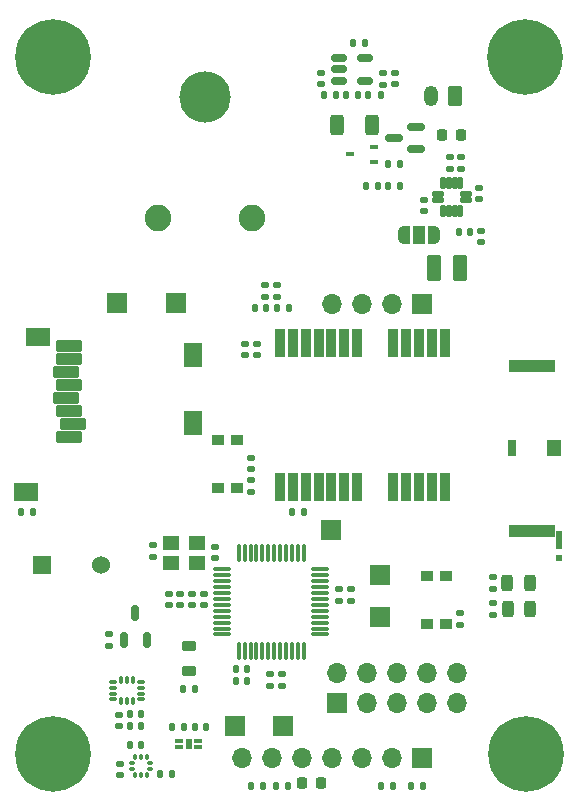
<source format=gts>
G04 #@! TF.GenerationSoftware,KiCad,Pcbnew,7.0.6*
G04 #@! TF.CreationDate,2024-05-29T18:09:33+12:00*
G04 #@! TF.ProjectId,flight_computer,666c6967-6874-45f6-936f-6d7075746572,rev?*
G04 #@! TF.SameCoordinates,Original*
G04 #@! TF.FileFunction,Soldermask,Top*
G04 #@! TF.FilePolarity,Negative*
%FSLAX46Y46*%
G04 Gerber Fmt 4.6, Leading zero omitted, Abs format (unit mm)*
G04 Created by KiCad (PCBNEW 7.0.6) date 2024-05-29 18:09:33*
%MOMM*%
%LPD*%
G01*
G04 APERTURE LIST*
G04 Aperture macros list*
%AMRoundRect*
0 Rectangle with rounded corners*
0 $1 Rounding radius*
0 $2 $3 $4 $5 $6 $7 $8 $9 X,Y pos of 4 corners*
0 Add a 4 corners polygon primitive as box body*
4,1,4,$2,$3,$4,$5,$6,$7,$8,$9,$2,$3,0*
0 Add four circle primitives for the rounded corners*
1,1,$1+$1,$2,$3*
1,1,$1+$1,$4,$5*
1,1,$1+$1,$6,$7*
1,1,$1+$1,$8,$9*
0 Add four rect primitives between the rounded corners*
20,1,$1+$1,$2,$3,$4,$5,0*
20,1,$1+$1,$4,$5,$6,$7,0*
20,1,$1+$1,$6,$7,$8,$9,0*
20,1,$1+$1,$8,$9,$2,$3,0*%
%AMFreePoly0*
4,1,19,0.550000,-0.750000,0.000000,-0.750000,0.000000,-0.744911,-0.071157,-0.744911,-0.207708,-0.704816,-0.327430,-0.627875,-0.420627,-0.520320,-0.479746,-0.390866,-0.500000,-0.250000,-0.500000,0.250000,-0.479746,0.390866,-0.420627,0.520320,-0.327430,0.627875,-0.207708,0.704816,-0.071157,0.744911,0.000000,0.744911,0.000000,0.750000,0.550000,0.750000,0.550000,-0.750000,0.550000,-0.750000,
$1*%
%AMFreePoly1*
4,1,19,0.000000,0.744911,0.071157,0.744911,0.207708,0.704816,0.327430,0.627875,0.420627,0.520320,0.479746,0.390866,0.500000,0.250000,0.500000,-0.250000,0.479746,-0.390866,0.420627,-0.520320,0.327430,-0.627875,0.207708,-0.704816,0.071157,-0.744911,0.000000,-0.744911,0.000000,-0.750000,-0.550000,-0.750000,-0.550000,0.750000,0.000000,0.750000,0.000000,0.744911,0.000000,0.744911,
$1*%
G04 Aperture macros list end*
%ADD10RoundRect,0.140000X0.170000X-0.140000X0.170000X0.140000X-0.170000X0.140000X-0.170000X-0.140000X0*%
%ADD11RoundRect,0.135000X0.185000X-0.135000X0.185000X0.135000X-0.185000X0.135000X-0.185000X-0.135000X0*%
%ADD12FreePoly0,180.000000*%
%ADD13R,1.000000X1.500000*%
%ADD14FreePoly1,180.000000*%
%ADD15RoundRect,0.140000X-0.170000X0.140000X-0.170000X-0.140000X0.170000X-0.140000X0.170000X0.140000X0*%
%ADD16RoundRect,0.135000X0.135000X0.185000X-0.135000X0.185000X-0.135000X-0.185000X0.135000X-0.185000X0*%
%ADD17C,0.800000*%
%ADD18C,6.400000*%
%ADD19R,1.700000X1.700000*%
%ADD20O,1.700000X1.700000*%
%ADD21RoundRect,0.250000X0.350000X0.625000X-0.350000X0.625000X-0.350000X-0.625000X0.350000X-0.625000X0*%
%ADD22O,1.200000X1.750000*%
%ADD23RoundRect,0.075000X-0.662500X-0.075000X0.662500X-0.075000X0.662500X0.075000X-0.662500X0.075000X0*%
%ADD24RoundRect,0.075000X-0.075000X-0.662500X0.075000X-0.662500X0.075000X0.662500X-0.075000X0.662500X0*%
%ADD25RoundRect,0.218750X0.218750X0.256250X-0.218750X0.256250X-0.218750X-0.256250X0.218750X-0.256250X0*%
%ADD26RoundRect,0.087500X-0.225000X-0.087500X0.225000X-0.087500X0.225000X0.087500X-0.225000X0.087500X0*%
%ADD27RoundRect,0.087500X-0.087500X-0.225000X0.087500X-0.225000X0.087500X0.225000X-0.087500X0.225000X0*%
%ADD28RoundRect,0.140000X0.140000X0.170000X-0.140000X0.170000X-0.140000X-0.170000X0.140000X-0.170000X0*%
%ADD29RoundRect,0.218750X-0.381250X0.218750X-0.381250X-0.218750X0.381250X-0.218750X0.381250X0.218750X0*%
%ADD30R,0.700000X0.450000*%
%ADD31RoundRect,0.135000X-0.135000X-0.185000X0.135000X-0.185000X0.135000X0.185000X-0.135000X0.185000X0*%
%ADD32R,1.000000X0.900000*%
%ADD33RoundRect,0.140000X-0.140000X-0.170000X0.140000X-0.170000X0.140000X0.170000X-0.140000X0.170000X0*%
%ADD34R,0.700000X1.400000*%
%ADD35R,4.000000X1.000000*%
%ADD36R,1.200000X1.400000*%
%ADD37R,0.500000X1.500000*%
%ADD38R,0.500000X0.600000*%
%ADD39R,0.812800X2.489200*%
%ADD40RoundRect,0.102000X-1.000000X0.400000X-1.000000X-0.400000X1.000000X-0.400000X1.000000X0.400000X0*%
%ADD41RoundRect,0.102000X-0.700000X0.900000X-0.700000X-0.900000X0.700000X-0.900000X0.700000X0.900000X0*%
%ADD42RoundRect,0.102000X-0.950000X0.700000X-0.950000X-0.700000X0.950000X-0.700000X0.950000X0.700000X0*%
%ADD43RoundRect,0.250000X0.312500X0.625000X-0.312500X0.625000X-0.312500X-0.625000X0.312500X-0.625000X0*%
%ADD44RoundRect,0.135000X-0.185000X0.135000X-0.185000X-0.135000X0.185000X-0.135000X0.185000X0.135000X0*%
%ADD45RoundRect,0.110100X0.126900X-0.421900X0.126900X0.421900X-0.126900X0.421900X-0.126900X-0.421900X0*%
%ADD46RoundRect,0.110100X0.421900X0.126900X-0.421900X0.126900X-0.421900X-0.126900X0.421900X-0.126900X0*%
%ADD47RoundRect,0.150000X0.587500X0.150000X-0.587500X0.150000X-0.587500X-0.150000X0.587500X-0.150000X0*%
%ADD48RoundRect,0.150000X-0.512500X-0.150000X0.512500X-0.150000X0.512500X0.150000X-0.512500X0.150000X0*%
%ADD49C,2.250000*%
%ADD50C,4.350000*%
%ADD51RoundRect,0.243750X0.243750X0.456250X-0.243750X0.456250X-0.243750X-0.456250X0.243750X-0.456250X0*%
%ADD52RoundRect,0.250000X0.375000X0.850000X-0.375000X0.850000X-0.375000X-0.850000X0.375000X-0.850000X0*%
%ADD53RoundRect,0.150000X0.150000X-0.512500X0.150000X0.512500X-0.150000X0.512500X-0.150000X-0.512500X0*%
%ADD54R,1.524000X1.524000*%
%ADD55C,1.524000*%
%ADD56RoundRect,0.087500X-0.125000X-0.087500X0.125000X-0.087500X0.125000X0.087500X-0.125000X0.087500X0*%
%ADD57RoundRect,0.087500X-0.087500X-0.125000X0.087500X-0.125000X0.087500X0.125000X-0.087500X0.125000X0*%
%ADD58R,1.400000X1.200000*%
%ADD59R,0.700000X0.300000*%
%ADD60R,0.550000X0.910000*%
G04 APERTURE END LIST*
D10*
X162210000Y-83515000D03*
X162210000Y-82555000D03*
D11*
X142900000Y-108310000D03*
X142900000Y-107290000D03*
D10*
X135900000Y-117880000D03*
X135900000Y-116920000D03*
X138900000Y-117880000D03*
X138900000Y-116920000D03*
D12*
X158410000Y-86535000D03*
D13*
X157110000Y-86535000D03*
D14*
X155810000Y-86535000D03*
D15*
X155040000Y-72820000D03*
X155040000Y-73780000D03*
X139800000Y-112920000D03*
X139800000Y-113880000D03*
D16*
X124410000Y-110000000D03*
X123390000Y-110000000D03*
D15*
X150300000Y-116520000D03*
X150300000Y-117480000D03*
D17*
X123752944Y-71462500D03*
X124455888Y-69765444D03*
X124455888Y-73159556D03*
X126152944Y-69062500D03*
D18*
X126152944Y-71462500D03*
D17*
X126152944Y-73862500D03*
X127850000Y-69765444D03*
X127850000Y-73159556D03*
X128552944Y-71462500D03*
D19*
X150160000Y-126140000D03*
D20*
X150160000Y-123600000D03*
X152700000Y-126140000D03*
X152700000Y-123600000D03*
X155240000Y-126140000D03*
X155240000Y-123600000D03*
X157780000Y-126140000D03*
X157780000Y-123600000D03*
X160320000Y-126140000D03*
X160320000Y-123600000D03*
D21*
X160120000Y-74750000D03*
D22*
X158120000Y-74750000D03*
D23*
X140437500Y-114850000D03*
X140437500Y-115350000D03*
X140437500Y-115850000D03*
X140437500Y-116350000D03*
X140437500Y-116850000D03*
X140437500Y-117350000D03*
X140437500Y-117850000D03*
X140437500Y-118350000D03*
X140437500Y-118850000D03*
X140437500Y-119350000D03*
X140437500Y-119850000D03*
X140437500Y-120350000D03*
D24*
X141850000Y-121762500D03*
X142350000Y-121762500D03*
X142850000Y-121762500D03*
X143350000Y-121762500D03*
X143850000Y-121762500D03*
X144350000Y-121762500D03*
X144850000Y-121762500D03*
X145350000Y-121762500D03*
X145850000Y-121762500D03*
X146350000Y-121762500D03*
X146850000Y-121762500D03*
X147350000Y-121762500D03*
D23*
X148762500Y-120350000D03*
X148762500Y-119850000D03*
X148762500Y-119350000D03*
X148762500Y-118850000D03*
X148762500Y-118350000D03*
X148762500Y-117850000D03*
X148762500Y-117350000D03*
X148762500Y-116850000D03*
X148762500Y-116350000D03*
X148762500Y-115850000D03*
X148762500Y-115350000D03*
X148762500Y-114850000D03*
D24*
X147350000Y-113437500D03*
X146850000Y-113437500D03*
X146350000Y-113437500D03*
X145850000Y-113437500D03*
X145350000Y-113437500D03*
X144850000Y-113437500D03*
X144350000Y-113437500D03*
X143850000Y-113437500D03*
X143350000Y-113437500D03*
X142850000Y-113437500D03*
X142350000Y-113437500D03*
X141850000Y-113437500D03*
D15*
X151310000Y-116520000D03*
X151310000Y-117480000D03*
D25*
X148787500Y-132900000D03*
X147212500Y-132900000D03*
D10*
X142900000Y-106380000D03*
X142900000Y-105420000D03*
X137900000Y-117880000D03*
X137900000Y-116920000D03*
X136900000Y-117880000D03*
X136900000Y-116920000D03*
D26*
X131225000Y-124357500D03*
X131225000Y-124857500D03*
X131225000Y-125357500D03*
X131225000Y-125857500D03*
D27*
X131887500Y-126020000D03*
X132387500Y-126020000D03*
X132887500Y-126020000D03*
D26*
X133550000Y-125857500D03*
X133550000Y-125357500D03*
X133550000Y-124857500D03*
X133550000Y-124357500D03*
D27*
X132887500Y-124195000D03*
X132387500Y-124195000D03*
X131887500Y-124195000D03*
D28*
X152520000Y-70300000D03*
X151560000Y-70300000D03*
D11*
X154040000Y-73810000D03*
X154040000Y-72790000D03*
D10*
X160685000Y-80915000D03*
X160685000Y-79955000D03*
D29*
X137600000Y-121337500D03*
X137600000Y-123462500D03*
D30*
X153302500Y-80350000D03*
X153302500Y-79050000D03*
X151302500Y-79700000D03*
D17*
X123752944Y-130462500D03*
X124455888Y-128765444D03*
X124455888Y-132159556D03*
X126152944Y-128062500D03*
D18*
X126152944Y-130462500D03*
D17*
X126152944Y-132862500D03*
X127850000Y-128765444D03*
X127850000Y-132159556D03*
X128552944Y-130462500D03*
D31*
X149030000Y-74700000D03*
X150050000Y-74700000D03*
D32*
X159400000Y-119500000D03*
X159400000Y-115400000D03*
X157800000Y-115400000D03*
X157800000Y-119500000D03*
D33*
X145120000Y-92710000D03*
X146080000Y-92710000D03*
D19*
X136500000Y-92300000D03*
D28*
X133572500Y-128112500D03*
X132612500Y-128112500D03*
D19*
X131500000Y-92300000D03*
D11*
X144500000Y-124695000D03*
X144500000Y-123675000D03*
D15*
X157510000Y-83535000D03*
X157510000Y-84495000D03*
D33*
X141620000Y-123300000D03*
X142580000Y-123300000D03*
D34*
X165025000Y-104600000D03*
D35*
X166675000Y-97600000D03*
D36*
X168575000Y-104600000D03*
D35*
X166675000Y-111600000D03*
D37*
X168925000Y-112350000D03*
D38*
X168925000Y-113900000D03*
D39*
X145299999Y-107900000D03*
X146400000Y-107900000D03*
X147500000Y-107900000D03*
X148600000Y-107900000D03*
X149700001Y-107900000D03*
X150800001Y-107900000D03*
X151899999Y-107900000D03*
X154899999Y-107900000D03*
X156000000Y-107900000D03*
X157100000Y-107900000D03*
X158200000Y-107900000D03*
X159300001Y-107900000D03*
X159300001Y-95700000D03*
X158200000Y-95700000D03*
X157100000Y-95700000D03*
X156000000Y-95700000D03*
X154899999Y-95700000D03*
X151899999Y-95700000D03*
X150800001Y-95700000D03*
X149700001Y-95700000D03*
X148600000Y-95700000D03*
X147500000Y-95700000D03*
X146400000Y-95700000D03*
X145299999Y-95700000D03*
D40*
X127450000Y-103615000D03*
X127850000Y-102515000D03*
X127450000Y-101415000D03*
X127250000Y-100315000D03*
X127450000Y-99215000D03*
X127250000Y-98115000D03*
X127450000Y-97015000D03*
X127450000Y-95915000D03*
D41*
X138000000Y-96725000D03*
X138000000Y-102425000D03*
D42*
X124850000Y-95125000D03*
X123850000Y-108275000D03*
D43*
X153102500Y-77200000D03*
X150177500Y-77200000D03*
D44*
X159710000Y-79925000D03*
X159710000Y-80945000D03*
D16*
X153610000Y-82400000D03*
X152590000Y-82400000D03*
D15*
X131822500Y-131305000D03*
X131822500Y-132265000D03*
D10*
X143400000Y-96680000D03*
X143400000Y-95720000D03*
D45*
X159120000Y-84470000D03*
X159620000Y-84470000D03*
X160120000Y-84470000D03*
X160620000Y-84470000D03*
D46*
X161055000Y-83535000D03*
X161055000Y-83035000D03*
D45*
X160620000Y-82100000D03*
X160120000Y-82100000D03*
X159620000Y-82100000D03*
X159120000Y-82100000D03*
D46*
X158685000Y-83035000D03*
X158685000Y-83535000D03*
D15*
X131692500Y-127132500D03*
X131692500Y-128092500D03*
D44*
X130900000Y-120290000D03*
X130900000Y-121310000D03*
D16*
X152830000Y-74700000D03*
X153850000Y-74700000D03*
D47*
X156877500Y-79250000D03*
X156877500Y-77350000D03*
X155002500Y-78300000D03*
D15*
X162385000Y-86155000D03*
X162385000Y-87115000D03*
D25*
X160650000Y-78062500D03*
X159075000Y-78062500D03*
D31*
X153890000Y-133200000D03*
X154910000Y-133200000D03*
D33*
X136222500Y-128190000D03*
X137182500Y-128190000D03*
D48*
X150302500Y-71550000D03*
X150302500Y-72500000D03*
X150302500Y-73450000D03*
X152577500Y-73450000D03*
X152577500Y-71550000D03*
D49*
X142950000Y-85062500D03*
X135050000Y-85062500D03*
D50*
X139000000Y-74812500D03*
D11*
X144100000Y-91820000D03*
X144100000Y-90800000D03*
D51*
X166512500Y-118180000D03*
X164637500Y-118180000D03*
D52*
X160560000Y-89335000D03*
X158410000Y-89335000D03*
D28*
X144160000Y-92710000D03*
X143200000Y-92710000D03*
D51*
X166475000Y-116000000D03*
X164600000Y-116000000D03*
D28*
X161465000Y-86235000D03*
X160505000Y-86235000D03*
D16*
X146010000Y-133200000D03*
X144990000Y-133200000D03*
D31*
X156390000Y-133200000D03*
X157410000Y-133200000D03*
D19*
X153800000Y-118900000D03*
D10*
X148840000Y-72820000D03*
X148840000Y-73780000D03*
D33*
X141620000Y-124300000D03*
X142580000Y-124300000D03*
D28*
X139082500Y-128190000D03*
X138122500Y-128190000D03*
X143860000Y-133200000D03*
X142900000Y-133200000D03*
D11*
X160563000Y-119585000D03*
X160563000Y-118565000D03*
D19*
X145600000Y-128100000D03*
D10*
X142400000Y-96680000D03*
X142400000Y-95720000D03*
D28*
X150960000Y-74700000D03*
X151920000Y-74700000D03*
D53*
X132150000Y-120837500D03*
X134050000Y-120837500D03*
X133100000Y-118562500D03*
D54*
X125200000Y-114500000D03*
D55*
X130200000Y-114500000D03*
D16*
X155510000Y-80500000D03*
X154490000Y-80500000D03*
D11*
X145500000Y-124705000D03*
X145500000Y-123685000D03*
D28*
X138115000Y-124952500D03*
X137155000Y-124952500D03*
D11*
X145100000Y-91820000D03*
X145100000Y-90800000D03*
D56*
X132775000Y-131200000D03*
X132775000Y-131700000D03*
D57*
X133037500Y-132212500D03*
X133537500Y-132212500D03*
X134037500Y-132212500D03*
D56*
X134300000Y-131700000D03*
X134300000Y-131200000D03*
D57*
X134037500Y-130687500D03*
X133537500Y-130687500D03*
X133037500Y-130687500D03*
D11*
X163337500Y-116500000D03*
X163337500Y-115480000D03*
D19*
X149700000Y-111500000D03*
D31*
X135212500Y-132205000D03*
X136232500Y-132205000D03*
D33*
X132642500Y-129705000D03*
X133602500Y-129705000D03*
D58*
X136100000Y-114330000D03*
X138300000Y-114330000D03*
X138300000Y-112630000D03*
X136100000Y-112630000D03*
D11*
X163375000Y-118700000D03*
X163375000Y-117680000D03*
D16*
X155510000Y-82400000D03*
X154490000Y-82400000D03*
D15*
X134600000Y-112800000D03*
X134600000Y-113760000D03*
D59*
X136817500Y-129350000D03*
X136817500Y-129850000D03*
X138417500Y-129850000D03*
X138417500Y-129350000D03*
D60*
X137617500Y-129600000D03*
D17*
X163722944Y-71462500D03*
X164425888Y-69765444D03*
X164425888Y-73159556D03*
X166122944Y-69062500D03*
D18*
X166122944Y-71462500D03*
D17*
X166122944Y-73862500D03*
X167820000Y-69765444D03*
X167820000Y-73159556D03*
X168522944Y-71462500D03*
D19*
X141500000Y-128100000D03*
X153800000Y-115300000D03*
D17*
X163752944Y-130462500D03*
X164455888Y-128765444D03*
X164455888Y-132159556D03*
X166152944Y-128062500D03*
D18*
X166152944Y-130462500D03*
D17*
X166152944Y-132862500D03*
X167850000Y-128765444D03*
X167850000Y-132159556D03*
X168552944Y-130462500D03*
D31*
X146380000Y-110000000D03*
X147400000Y-110000000D03*
D28*
X133572500Y-127112500D03*
X132612500Y-127112500D03*
D32*
X141700000Y-107950000D03*
X141700000Y-103850000D03*
X140100000Y-103850000D03*
X140100000Y-107950000D03*
D19*
X157350000Y-130850000D03*
D20*
X154810000Y-130850000D03*
X152270000Y-130850000D03*
X149730000Y-130850000D03*
X147190000Y-130850000D03*
X144650000Y-130850000D03*
X142110000Y-130850000D03*
X149730000Y-92350000D03*
X152270000Y-92350000D03*
X154810000Y-92350000D03*
D19*
X157350000Y-92350000D03*
M02*

</source>
